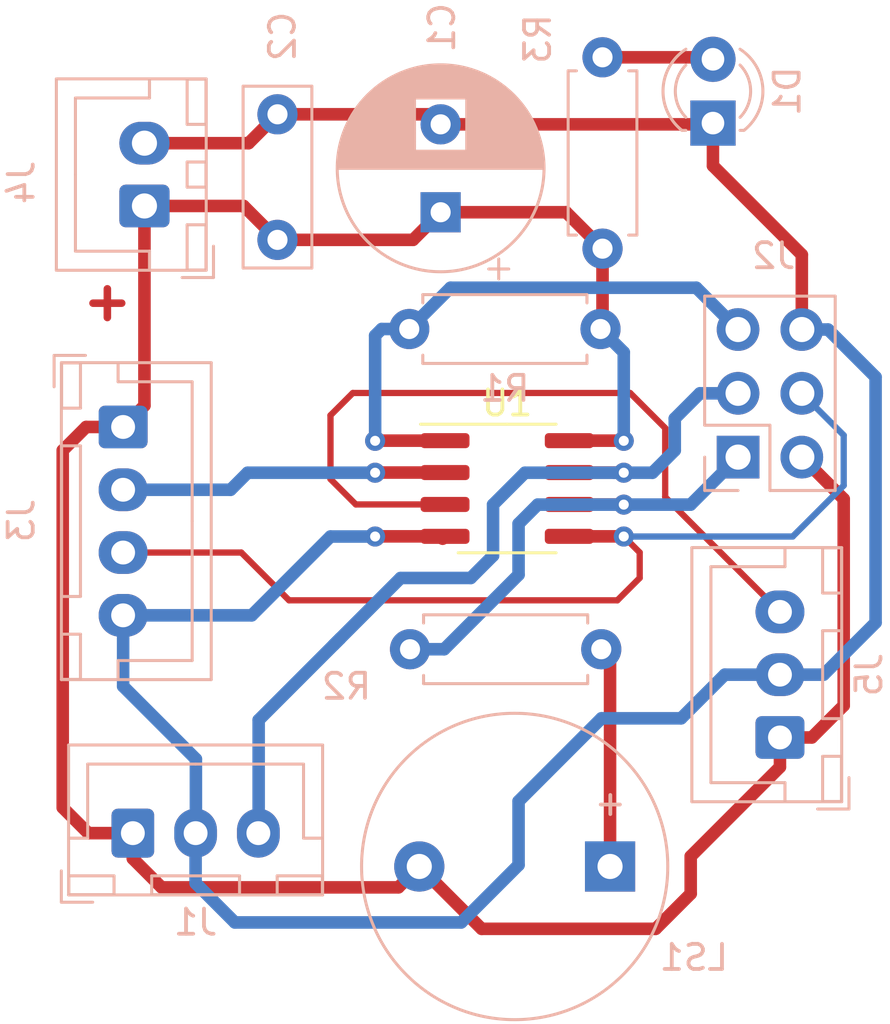
<source format=kicad_pcb>
(kicad_pcb (version 20171130) (host pcbnew "(5.1.9)-1")

  (general
    (thickness 1.6)
    (drawings 1)
    (tracks 138)
    (zones 0)
    (modules 13)
    (nets 11)
  )

  (page A4)
  (layers
    (0 F.Cu signal)
    (31 B.Cu signal)
    (32 B.Adhes user hide)
    (33 F.Adhes user hide)
    (34 B.Paste user)
    (35 F.Paste user hide)
    (36 B.SilkS user)
    (37 F.SilkS user)
    (38 B.Mask user)
    (39 F.Mask user)
    (40 Dwgs.User user)
    (41 Cmts.User user)
    (42 Eco1.User user)
    (43 Eco2.User user)
    (44 Edge.Cuts user)
    (45 Margin user)
    (46 B.CrtYd user)
    (47 F.CrtYd user)
    (48 B.Fab user hide)
    (49 F.Fab user)
  )

  (setup
    (last_trace_width 0.25)
    (user_trace_width 0.3)
    (user_trace_width 0.5)
    (trace_clearance 0.2)
    (zone_clearance 0.508)
    (zone_45_only no)
    (trace_min 0.2)
    (via_size 0.8)
    (via_drill 0.4)
    (via_min_size 0.4)
    (via_min_drill 0.3)
    (user_via 1.6 0.8)
    (uvia_size 0.3)
    (uvia_drill 0.1)
    (uvias_allowed no)
    (uvia_min_size 0.2)
    (uvia_min_drill 0.1)
    (edge_width 0.1)
    (segment_width 0.2)
    (pcb_text_width 0.3)
    (pcb_text_size 1.5 1.5)
    (mod_edge_width 0.15)
    (mod_text_size 1 1)
    (mod_text_width 0.15)
    (pad_size 1.6 1.6)
    (pad_drill 0.6)
    (pad_to_mask_clearance 0)
    (aux_axis_origin 0 0)
    (visible_elements 7FFFFFFF)
    (pcbplotparams
      (layerselection 0x01030_ffffffff)
      (usegerberextensions false)
      (usegerberattributes true)
      (usegerberadvancedattributes true)
      (creategerberjobfile true)
      (excludeedgelayer true)
      (linewidth 0.100000)
      (plotframeref false)
      (viasonmask false)
      (mode 1)
      (useauxorigin false)
      (hpglpennumber 1)
      (hpglpenspeed 20)
      (hpglpendiameter 15.000000)
      (psnegative false)
      (psa4output false)
      (plotreference true)
      (plotvalue true)
      (plotinvisibletext false)
      (padsonsilk false)
      (subtractmaskfromsilk false)
      (outputformat 3)
      (mirror false)
      (drillshape 2)
      (scaleselection 1)
      (outputdirectory ""))
  )

  (net 0 "")
  (net 1 "Net-(C1-Pad1)")
  (net 2 "Net-(C1-Pad2)")
  (net 3 "Net-(D1-Pad2)")
  (net 4 "Net-(J1-Pad3)")
  (net 5 "Net-(J2-Pad1)")
  (net 6 "Net-(J2-Pad4)")
  (net 7 "Net-(J2-Pad5)")
  (net 8 "Net-(J3-Pad2)")
  (net 9 "Net-(LS1-Pad1)")
  (net 10 "Net-(J5-Pad3)")

  (net_class Default "Это класс цепей по умолчанию."
    (clearance 0.2)
    (trace_width 0.25)
    (via_dia 0.8)
    (via_drill 0.4)
    (uvia_dia 0.3)
    (uvia_drill 0.1)
    (add_net "Net-(C1-Pad1)")
    (add_net "Net-(C1-Pad2)")
    (add_net "Net-(D1-Pad2)")
    (add_net "Net-(J1-Pad3)")
    (add_net "Net-(J2-Pad1)")
    (add_net "Net-(J2-Pad4)")
    (add_net "Net-(J2-Pad5)")
    (add_net "Net-(J3-Pad2)")
    (add_net "Net-(J5-Pad3)")
    (add_net "Net-(LS1-Pad1)")
  )

  (module Connector_JST:JST_XH_B3B-XH-A_1x03_P2.50mm_Vertical (layer B.Cu) (tedit 5C28146C) (tstamp 60021D5D)
    (at 171.069 91.313 90)
    (descr "JST XH series connector, B3B-XH-A (http://www.jst-mfg.com/product/pdf/eng/eXH.pdf), generated with kicad-footprint-generator")
    (tags "connector JST XH vertical")
    (path /600CACA9)
    (fp_text reference J5 (at 2.5 3.55 90) (layer B.SilkS)
      (effects (font (size 1 1) (thickness 0.15)) (justify mirror))
    )
    (fp_text value Reserved (at 2.5 -4.6 90) (layer B.Fab)
      (effects (font (size 1 1) (thickness 0.15)) (justify mirror))
    )
    (fp_line (start -2.45 2.35) (end -2.45 -3.4) (layer B.Fab) (width 0.1))
    (fp_line (start -2.45 -3.4) (end 7.45 -3.4) (layer B.Fab) (width 0.1))
    (fp_line (start 7.45 -3.4) (end 7.45 2.35) (layer B.Fab) (width 0.1))
    (fp_line (start 7.45 2.35) (end -2.45 2.35) (layer B.Fab) (width 0.1))
    (fp_line (start -2.56 2.46) (end -2.56 -3.51) (layer B.SilkS) (width 0.12))
    (fp_line (start -2.56 -3.51) (end 7.56 -3.51) (layer B.SilkS) (width 0.12))
    (fp_line (start 7.56 -3.51) (end 7.56 2.46) (layer B.SilkS) (width 0.12))
    (fp_line (start 7.56 2.46) (end -2.56 2.46) (layer B.SilkS) (width 0.12))
    (fp_line (start -2.95 2.85) (end -2.95 -3.9) (layer B.CrtYd) (width 0.05))
    (fp_line (start -2.95 -3.9) (end 7.95 -3.9) (layer B.CrtYd) (width 0.05))
    (fp_line (start 7.95 -3.9) (end 7.95 2.85) (layer B.CrtYd) (width 0.05))
    (fp_line (start 7.95 2.85) (end -2.95 2.85) (layer B.CrtYd) (width 0.05))
    (fp_line (start -0.625 2.35) (end 0 1.35) (layer B.Fab) (width 0.1))
    (fp_line (start 0 1.35) (end 0.625 2.35) (layer B.Fab) (width 0.1))
    (fp_line (start 0.75 2.45) (end 0.75 1.7) (layer B.SilkS) (width 0.12))
    (fp_line (start 0.75 1.7) (end 4.25 1.7) (layer B.SilkS) (width 0.12))
    (fp_line (start 4.25 1.7) (end 4.25 2.45) (layer B.SilkS) (width 0.12))
    (fp_line (start 4.25 2.45) (end 0.75 2.45) (layer B.SilkS) (width 0.12))
    (fp_line (start -2.55 2.45) (end -2.55 1.7) (layer B.SilkS) (width 0.12))
    (fp_line (start -2.55 1.7) (end -0.75 1.7) (layer B.SilkS) (width 0.12))
    (fp_line (start -0.75 1.7) (end -0.75 2.45) (layer B.SilkS) (width 0.12))
    (fp_line (start -0.75 2.45) (end -2.55 2.45) (layer B.SilkS) (width 0.12))
    (fp_line (start 5.75 2.45) (end 5.75 1.7) (layer B.SilkS) (width 0.12))
    (fp_line (start 5.75 1.7) (end 7.55 1.7) (layer B.SilkS) (width 0.12))
    (fp_line (start 7.55 1.7) (end 7.55 2.45) (layer B.SilkS) (width 0.12))
    (fp_line (start 7.55 2.45) (end 5.75 2.45) (layer B.SilkS) (width 0.12))
    (fp_line (start -2.55 0.2) (end -1.8 0.2) (layer B.SilkS) (width 0.12))
    (fp_line (start -1.8 0.2) (end -1.8 -2.75) (layer B.SilkS) (width 0.12))
    (fp_line (start -1.8 -2.75) (end 2.5 -2.75) (layer B.SilkS) (width 0.12))
    (fp_line (start 7.55 0.2) (end 6.8 0.2) (layer B.SilkS) (width 0.12))
    (fp_line (start 6.8 0.2) (end 6.8 -2.75) (layer B.SilkS) (width 0.12))
    (fp_line (start 6.8 -2.75) (end 2.5 -2.75) (layer B.SilkS) (width 0.12))
    (fp_line (start -1.6 2.75) (end -2.85 2.75) (layer B.SilkS) (width 0.12))
    (fp_line (start -2.85 2.75) (end -2.85 1.5) (layer B.SilkS) (width 0.12))
    (fp_text user %R (at 2.5 -2.7 90) (layer B.Fab)
      (effects (font (size 1 1) (thickness 0.15)) (justify mirror))
    )
    (pad 3 thru_hole oval (at 5 0 90) (size 1.7 1.95) (drill 0.95) (layers *.Cu *.Mask)
      (net 10 "Net-(J5-Pad3)"))
    (pad 2 thru_hole oval (at 2.5 0 90) (size 1.7 1.95) (drill 0.95) (layers *.Cu *.Mask)
      (net 2 "Net-(C1-Pad2)"))
    (pad 1 thru_hole roundrect (at 0 0 90) (size 1.7 1.95) (drill 0.95) (layers *.Cu *.Mask) (roundrect_rratio 0.147059)
      (net 1 "Net-(C1-Pad1)"))
    (model ${KISYS3DMOD}/Connector_JST.3dshapes/JST_XH_B3B-XH-A_1x03_P2.50mm_Vertical.wrl
      (at (xyz 0 0 0))
      (scale (xyz 1 1 1))
      (rotate (xyz 0 0 0))
    )
  )

  (module Resistor_THT:R_Axial_DIN0207_L6.3mm_D2.5mm_P7.62mm_Horizontal (layer B.Cu) (tedit 5AE5139B) (tstamp 60022753)
    (at 156.3 75.05)
    (descr "Resistor, Axial_DIN0207 series, Axial, Horizontal, pin pitch=7.62mm, 0.25W = 1/4W, length*diameter=6.3*2.5mm^2, http://cdn-reichelt.de/documents/datenblatt/B400/1_4W%23YAG.pdf")
    (tags "Resistor Axial_DIN0207 series Axial Horizontal pin pitch 7.62mm 0.25W = 1/4W length 6.3mm diameter 2.5mm")
    (path /6000469C)
    (fp_text reference R1 (at 3.81 2.37) (layer B.SilkS)
      (effects (font (size 1 1) (thickness 0.15)) (justify mirror))
    )
    (fp_text value "10 K" (at 3.81 -2.37) (layer B.Fab)
      (effects (font (size 1 1) (thickness 0.15)) (justify mirror))
    )
    (fp_line (start 8.67 1.5) (end -1.05 1.5) (layer B.CrtYd) (width 0.05))
    (fp_line (start 8.67 -1.5) (end 8.67 1.5) (layer B.CrtYd) (width 0.05))
    (fp_line (start -1.05 -1.5) (end 8.67 -1.5) (layer B.CrtYd) (width 0.05))
    (fp_line (start -1.05 1.5) (end -1.05 -1.5) (layer B.CrtYd) (width 0.05))
    (fp_line (start 7.08 -1.37) (end 7.08 -1.04) (layer B.SilkS) (width 0.12))
    (fp_line (start 0.54 -1.37) (end 7.08 -1.37) (layer B.SilkS) (width 0.12))
    (fp_line (start 0.54 -1.04) (end 0.54 -1.37) (layer B.SilkS) (width 0.12))
    (fp_line (start 7.08 1.37) (end 7.08 1.04) (layer B.SilkS) (width 0.12))
    (fp_line (start 0.54 1.37) (end 7.08 1.37) (layer B.SilkS) (width 0.12))
    (fp_line (start 0.54 1.04) (end 0.54 1.37) (layer B.SilkS) (width 0.12))
    (fp_line (start 7.62 0) (end 6.96 0) (layer B.Fab) (width 0.1))
    (fp_line (start 0 0) (end 0.66 0) (layer B.Fab) (width 0.1))
    (fp_line (start 6.96 1.25) (end 0.66 1.25) (layer B.Fab) (width 0.1))
    (fp_line (start 6.96 -1.25) (end 6.96 1.25) (layer B.Fab) (width 0.1))
    (fp_line (start 0.66 -1.25) (end 6.96 -1.25) (layer B.Fab) (width 0.1))
    (fp_line (start 0.66 1.25) (end 0.66 -1.25) (layer B.Fab) (width 0.1))
    (fp_text user %R (at 3.81 0) (layer B.Fab)
      (effects (font (size 1 1) (thickness 0.15)) (justify mirror))
    )
    (pad 1 thru_hole circle (at 0 0) (size 1.6 1.6) (drill 0.8) (layers *.Cu *.Mask)
      (net 7 "Net-(J2-Pad5)"))
    (pad 2 thru_hole oval (at 7.62 0) (size 1.6 1.6) (drill 0.8) (layers *.Cu *.Mask)
      (net 1 "Net-(C1-Pad1)"))
    (model ${KISYS3DMOD}/Resistor_THT.3dshapes/R_Axial_DIN0207_L6.3mm_D2.5mm_P7.62mm_Horizontal.wrl
      (at (xyz 0 0 0))
      (scale (xyz 1 1 1))
      (rotate (xyz 0 0 0))
    )
  )

  (module Capacitor_THT:CP_Radial_D8.0mm_P3.50mm (layer B.Cu) (tedit 5AE50EF0) (tstamp 60021C72)
    (at 157.55 70.4 90)
    (descr "CP, Radial series, Radial, pin pitch=3.50mm, , diameter=8mm, Electrolytic Capacitor")
    (tags "CP Radial series Radial pin pitch 3.50mm  diameter 8mm Electrolytic Capacitor")
    (path /600CF095)
    (fp_text reference C1 (at 7.35 0.05 90) (layer B.SilkS)
      (effects (font (size 1 1) (thickness 0.15)) (justify mirror))
    )
    (fp_text value 100mF (at -2.25 5.15 90) (layer B.Fab)
      (effects (font (size 1 1) (thickness 0.15)) (justify mirror))
    )
    (fp_line (start -2.259698 2.715) (end -2.259698 1.915) (layer B.SilkS) (width 0.12))
    (fp_line (start -2.659698 2.315) (end -1.859698 2.315) (layer B.SilkS) (width 0.12))
    (fp_line (start 5.831 0.533) (end 5.831 -0.533) (layer B.SilkS) (width 0.12))
    (fp_line (start 5.791 0.768) (end 5.791 -0.768) (layer B.SilkS) (width 0.12))
    (fp_line (start 5.751 0.948) (end 5.751 -0.948) (layer B.SilkS) (width 0.12))
    (fp_line (start 5.711 1.098) (end 5.711 -1.098) (layer B.SilkS) (width 0.12))
    (fp_line (start 5.671 1.229) (end 5.671 -1.229) (layer B.SilkS) (width 0.12))
    (fp_line (start 5.631 1.346) (end 5.631 -1.346) (layer B.SilkS) (width 0.12))
    (fp_line (start 5.591 1.453) (end 5.591 -1.453) (layer B.SilkS) (width 0.12))
    (fp_line (start 5.551 1.552) (end 5.551 -1.552) (layer B.SilkS) (width 0.12))
    (fp_line (start 5.511 1.645) (end 5.511 -1.645) (layer B.SilkS) (width 0.12))
    (fp_line (start 5.471 1.731) (end 5.471 -1.731) (layer B.SilkS) (width 0.12))
    (fp_line (start 5.431 1.813) (end 5.431 -1.813) (layer B.SilkS) (width 0.12))
    (fp_line (start 5.391 1.89) (end 5.391 -1.89) (layer B.SilkS) (width 0.12))
    (fp_line (start 5.351 1.964) (end 5.351 -1.964) (layer B.SilkS) (width 0.12))
    (fp_line (start 5.311 2.034) (end 5.311 -2.034) (layer B.SilkS) (width 0.12))
    (fp_line (start 5.271 2.102) (end 5.271 -2.102) (layer B.SilkS) (width 0.12))
    (fp_line (start 5.231 2.166) (end 5.231 -2.166) (layer B.SilkS) (width 0.12))
    (fp_line (start 5.191 2.228) (end 5.191 -2.228) (layer B.SilkS) (width 0.12))
    (fp_line (start 5.151 2.287) (end 5.151 -2.287) (layer B.SilkS) (width 0.12))
    (fp_line (start 5.111 2.345) (end 5.111 -2.345) (layer B.SilkS) (width 0.12))
    (fp_line (start 5.071 2.4) (end 5.071 -2.4) (layer B.SilkS) (width 0.12))
    (fp_line (start 5.031 2.454) (end 5.031 -2.454) (layer B.SilkS) (width 0.12))
    (fp_line (start 4.991 2.505) (end 4.991 -2.505) (layer B.SilkS) (width 0.12))
    (fp_line (start 4.951 2.556) (end 4.951 -2.556) (layer B.SilkS) (width 0.12))
    (fp_line (start 4.911 2.604) (end 4.911 -2.604) (layer B.SilkS) (width 0.12))
    (fp_line (start 4.871 2.651) (end 4.871 -2.651) (layer B.SilkS) (width 0.12))
    (fp_line (start 4.831 2.697) (end 4.831 -2.697) (layer B.SilkS) (width 0.12))
    (fp_line (start 4.791 2.741) (end 4.791 -2.741) (layer B.SilkS) (width 0.12))
    (fp_line (start 4.751 2.784) (end 4.751 -2.784) (layer B.SilkS) (width 0.12))
    (fp_line (start 4.711 2.826) (end 4.711 -2.826) (layer B.SilkS) (width 0.12))
    (fp_line (start 4.671 2.867) (end 4.671 -2.867) (layer B.SilkS) (width 0.12))
    (fp_line (start 4.631 2.907) (end 4.631 -2.907) (layer B.SilkS) (width 0.12))
    (fp_line (start 4.591 2.945) (end 4.591 -2.945) (layer B.SilkS) (width 0.12))
    (fp_line (start 4.551 2.983) (end 4.551 -2.983) (layer B.SilkS) (width 0.12))
    (fp_line (start 4.511 -1.04) (end 4.511 -3.019) (layer B.SilkS) (width 0.12))
    (fp_line (start 4.511 3.019) (end 4.511 1.04) (layer B.SilkS) (width 0.12))
    (fp_line (start 4.471 -1.04) (end 4.471 -3.055) (layer B.SilkS) (width 0.12))
    (fp_line (start 4.471 3.055) (end 4.471 1.04) (layer B.SilkS) (width 0.12))
    (fp_line (start 4.431 -1.04) (end 4.431 -3.09) (layer B.SilkS) (width 0.12))
    (fp_line (start 4.431 3.09) (end 4.431 1.04) (layer B.SilkS) (width 0.12))
    (fp_line (start 4.391 -1.04) (end 4.391 -3.124) (layer B.SilkS) (width 0.12))
    (fp_line (start 4.391 3.124) (end 4.391 1.04) (layer B.SilkS) (width 0.12))
    (fp_line (start 4.351 -1.04) (end 4.351 -3.156) (layer B.SilkS) (width 0.12))
    (fp_line (start 4.351 3.156) (end 4.351 1.04) (layer B.SilkS) (width 0.12))
    (fp_line (start 4.311 -1.04) (end 4.311 -3.189) (layer B.SilkS) (width 0.12))
    (fp_line (start 4.311 3.189) (end 4.311 1.04) (layer B.SilkS) (width 0.12))
    (fp_line (start 4.271 -1.04) (end 4.271 -3.22) (layer B.SilkS) (width 0.12))
    (fp_line (start 4.271 3.22) (end 4.271 1.04) (layer B.SilkS) (width 0.12))
    (fp_line (start 4.231 -1.04) (end 4.231 -3.25) (layer B.SilkS) (width 0.12))
    (fp_line (start 4.231 3.25) (end 4.231 1.04) (layer B.SilkS) (width 0.12))
    (fp_line (start 4.191 -1.04) (end 4.191 -3.28) (layer B.SilkS) (width 0.12))
    (fp_line (start 4.191 3.28) (end 4.191 1.04) (layer B.SilkS) (width 0.12))
    (fp_line (start 4.151 -1.04) (end 4.151 -3.309) (layer B.SilkS) (width 0.12))
    (fp_line (start 4.151 3.309) (end 4.151 1.04) (layer B.SilkS) (width 0.12))
    (fp_line (start 4.111 -1.04) (end 4.111 -3.338) (layer B.SilkS) (width 0.12))
    (fp_line (start 4.111 3.338) (end 4.111 1.04) (layer B.SilkS) (width 0.12))
    (fp_line (start 4.071 -1.04) (end 4.071 -3.365) (layer B.SilkS) (width 0.12))
    (fp_line (start 4.071 3.365) (end 4.071 1.04) (layer B.SilkS) (width 0.12))
    (fp_line (start 4.031 -1.04) (end 4.031 -3.392) (layer B.SilkS) (width 0.12))
    (fp_line (start 4.031 3.392) (end 4.031 1.04) (layer B.SilkS) (width 0.12))
    (fp_line (start 3.991 -1.04) (end 3.991 -3.418) (layer B.SilkS) (width 0.12))
    (fp_line (start 3.991 3.418) (end 3.991 1.04) (layer B.SilkS) (width 0.12))
    (fp_line (start 3.951 -1.04) (end 3.951 -3.444) (layer B.SilkS) (width 0.12))
    (fp_line (start 3.951 3.444) (end 3.951 1.04) (layer B.SilkS) (width 0.12))
    (fp_line (start 3.911 -1.04) (end 3.911 -3.469) (layer B.SilkS) (width 0.12))
    (fp_line (start 3.911 3.469) (end 3.911 1.04) (layer B.SilkS) (width 0.12))
    (fp_line (start 3.871 -1.04) (end 3.871 -3.493) (layer B.SilkS) (width 0.12))
    (fp_line (start 3.871 3.493) (end 3.871 1.04) (layer B.SilkS) (width 0.12))
    (fp_line (start 3.831 -1.04) (end 3.831 -3.517) (layer B.SilkS) (width 0.12))
    (fp_line (start 3.831 3.517) (end 3.831 1.04) (layer B.SilkS) (width 0.12))
    (fp_line (start 3.791 -1.04) (end 3.791 -3.54) (layer B.SilkS) (width 0.12))
    (fp_line (start 3.791 3.54) (end 3.791 1.04) (layer B.SilkS) (width 0.12))
    (fp_line (start 3.751 -1.04) (end 3.751 -3.562) (layer B.SilkS) (width 0.12))
    (fp_line (start 3.751 3.562) (end 3.751 1.04) (layer B.SilkS) (width 0.12))
    (fp_line (start 3.711 -1.04) (end 3.711 -3.584) (layer B.SilkS) (width 0.12))
    (fp_line (start 3.711 3.584) (end 3.711 1.04) (layer B.SilkS) (width 0.12))
    (fp_line (start 3.671 -1.04) (end 3.671 -3.606) (layer B.SilkS) (width 0.12))
    (fp_line (start 3.671 3.606) (end 3.671 1.04) (layer B.SilkS) (width 0.12))
    (fp_line (start 3.631 -1.04) (end 3.631 -3.627) (layer B.SilkS) (width 0.12))
    (fp_line (start 3.631 3.627) (end 3.631 1.04) (layer B.SilkS) (width 0.12))
    (fp_line (start 3.591 -1.04) (end 3.591 -3.647) (layer B.SilkS) (width 0.12))
    (fp_line (start 3.591 3.647) (end 3.591 1.04) (layer B.SilkS) (width 0.12))
    (fp_line (start 3.551 -1.04) (end 3.551 -3.666) (layer B.SilkS) (width 0.12))
    (fp_line (start 3.551 3.666) (end 3.551 1.04) (layer B.SilkS) (width 0.12))
    (fp_line (start 3.511 -1.04) (end 3.511 -3.686) (layer B.SilkS) (width 0.12))
    (fp_line (start 3.511 3.686) (end 3.511 1.04) (layer B.SilkS) (width 0.12))
    (fp_line (start 3.471 -1.04) (end 3.471 -3.704) (layer B.SilkS) (width 0.12))
    (fp_line (start 3.471 3.704) (end 3.471 1.04) (layer B.SilkS) (width 0.12))
    (fp_line (start 3.431 -1.04) (end 3.431 -3.722) (layer B.SilkS) (width 0.12))
    (fp_line (start 3.431 3.722) (end 3.431 1.04) (layer B.SilkS) (width 0.12))
    (fp_line (start 3.391 -1.04) (end 3.391 -3.74) (layer B.SilkS) (width 0.12))
    (fp_line (start 3.391 3.74) (end 3.391 1.04) (layer B.SilkS) (width 0.12))
    (fp_line (start 3.351 -1.04) (end 3.351 -3.757) (layer B.SilkS) (width 0.12))
    (fp_line (start 3.351 3.757) (end 3.351 1.04) (layer B.SilkS) (width 0.12))
    (fp_line (start 3.311 -1.04) (end 3.311 -3.774) (layer B.SilkS) (width 0.12))
    (fp_line (start 3.311 3.774) (end 3.311 1.04) (layer B.SilkS) (width 0.12))
    (fp_line (start 3.271 -1.04) (end 3.271 -3.79) (layer B.SilkS) (width 0.12))
    (fp_line (start 3.271 3.79) (end 3.271 1.04) (layer B.SilkS) (width 0.12))
    (fp_line (start 3.231 -1.04) (end 3.231 -3.805) (layer B.SilkS) (width 0.12))
    (fp_line (start 3.231 3.805) (end 3.231 1.04) (layer B.SilkS) (width 0.12))
    (fp_line (start 3.191 -1.04) (end 3.191 -3.821) (layer B.SilkS) (width 0.12))
    (fp_line (start 3.191 3.821) (end 3.191 1.04) (layer B.SilkS) (width 0.12))
    (fp_line (start 3.151 -1.04) (end 3.151 -3.835) (layer B.SilkS) (width 0.12))
    (fp_line (start 3.151 3.835) (end 3.151 1.04) (layer B.SilkS) (width 0.12))
    (fp_line (start 3.111 -1.04) (end 3.111 -3.85) (layer B.SilkS) (width 0.12))
    (fp_line (start 3.111 3.85) (end 3.111 1.04) (layer B.SilkS) (width 0.12))
    (fp_line (start 3.071 -1.04) (end 3.071 -3.863) (layer B.SilkS) (width 0.12))
    (fp_line (start 3.071 3.863) (end 3.071 1.04) (layer B.SilkS) (width 0.12))
    (fp_line (start 3.031 -1.04) (end 3.031 -3.877) (layer B.SilkS) (width 0.12))
    (fp_line (start 3.031 3.877) (end 3.031 1.04) (layer B.SilkS) (width 0.12))
    (fp_line (start 2.991 -1.04) (end 2.991 -3.889) (layer B.SilkS) (width 0.12))
    (fp_line (start 2.991 3.889) (end 2.991 1.04) (layer B.SilkS) (width 0.12))
    (fp_line (start 2.951 -1.04) (end 2.951 -3.902) (layer B.SilkS) (width 0.12))
    (fp_line (start 2.951 3.902) (end 2.951 1.04) (layer B.SilkS) (width 0.12))
    (fp_line (start 2.911 -1.04) (end 2.911 -3.914) (layer B.SilkS) (width 0.12))
    (fp_line (start 2.911 3.914) (end 2.911 1.04) (layer B.SilkS) (width 0.12))
    (fp_line (start 2.871 -1.04) (end 2.871 -3.925) (layer B.SilkS) (width 0.12))
    (fp_line (start 2.871 3.925) (end 2.871 1.04) (layer B.SilkS) (width 0.12))
    (fp_line (start 2.831 -1.04) (end 2.831 -3.936) (layer B.SilkS) (width 0.12))
    (fp_line (start 2.831 3.936) (end 2.831 1.04) (layer B.SilkS) (width 0.12))
    (fp_line (start 2.791 -1.04) (end 2.791 -3.947) (layer B.SilkS) (width 0.12))
    (fp_line (start 2.791 3.947) (end 2.791 1.04) (layer B.SilkS) (width 0.12))
    (fp_line (start 2.751 -1.04) (end 2.751 -3.957) (layer B.SilkS) (width 0.12))
    (fp_line (start 2.751 3.957) (end 2.751 1.04) (layer B.SilkS) (width 0.12))
    (fp_line (start 2.711 -1.04) (end 2.711 -3.967) (layer B.SilkS) (width 0.12))
    (fp_line (start 2.711 3.967) (end 2.711 1.04) (layer B.SilkS) (width 0.12))
    (fp_line (start 2.671 -1.04) (end 2.671 -3.976) (layer B.SilkS) (width 0.12))
    (fp_line (start 2.671 3.976) (end 2.671 1.04) (layer B.SilkS) (width 0.12))
    (fp_line (start 2.631 -1.04) (end 2.631 -3.985) (layer B.SilkS) (width 0.12))
    (fp_line (start 2.631 3.985) (end 2.631 1.04) (layer B.SilkS) (width 0.12))
    (fp_line (start 2.591 -1.04) (end 2.591 -3.994) (layer B.SilkS) (width 0.12))
    (fp_line (start 2.591 3.994) (end 2.591 1.04) (layer B.SilkS) (width 0.12))
    (fp_line (start 2.551 -1.04) (end 2.551 -4.002) (layer B.SilkS) (width 0.12))
    (fp_line (start 2.551 4.002) (end 2.551 1.04) (layer B.SilkS) (width 0.12))
    (fp_line (start 2.511 -1.04) (end 2.511 -4.01) (layer B.SilkS) (width 0.12))
    (fp_line (start 2.511 4.01) (end 2.511 1.04) (layer B.SilkS) (width 0.12))
    (fp_line (start 2.471 -1.04) (end 2.471 -4.017) (layer B.SilkS) (width 0.12))
    (fp_line (start 2.471 4.017) (end 2.471 1.04) (layer B.SilkS) (width 0.12))
    (fp_line (start 2.43 4.024) (end 2.43 -4.024) (layer B.SilkS) (width 0.12))
    (fp_line (start 2.39 4.03) (end 2.39 -4.03) (layer B.SilkS) (width 0.12))
    (fp_line (start 2.35 4.037) (end 2.35 -4.037) (layer B.SilkS) (width 0.12))
    (fp_line (start 2.31 4.042) (end 2.31 -4.042) (layer B.SilkS) (width 0.12))
    (fp_line (start 2.27 4.048) (end 2.27 -4.048) (layer B.SilkS) (width 0.12))
    (fp_line (start 2.23 4.052) (end 2.23 -4.052) (layer B.SilkS) (width 0.12))
    (fp_line (start 2.19 4.057) (end 2.19 -4.057) (layer B.SilkS) (width 0.12))
    (fp_line (start 2.15 4.061) (end 2.15 -4.061) (layer B.SilkS) (width 0.12))
    (fp_line (start 2.11 4.065) (end 2.11 -4.065) (layer B.SilkS) (width 0.12))
    (fp_line (start 2.07 4.068) (end 2.07 -4.068) (layer B.SilkS) (width 0.12))
    (fp_line (start 2.03 4.071) (end 2.03 -4.071) (layer B.SilkS) (width 0.12))
    (fp_line (start 1.99 4.074) (end 1.99 -4.074) (layer B.SilkS) (width 0.12))
    (fp_line (start 1.95 4.076) (end 1.95 -4.076) (layer B.SilkS) (width 0.12))
    (fp_line (start 1.91 4.077) (end 1.91 -4.077) (layer B.SilkS) (width 0.12))
    (fp_line (start 1.87 4.079) (end 1.87 -4.079) (layer B.SilkS) (width 0.12))
    (fp_line (start 1.83 4.08) (end 1.83 -4.08) (layer B.SilkS) (width 0.12))
    (fp_line (start 1.79 4.08) (end 1.79 -4.08) (layer B.SilkS) (width 0.12))
    (fp_line (start 1.75 4.08) (end 1.75 -4.08) (layer B.SilkS) (width 0.12))
    (fp_line (start -1.276759 2.1475) (end -1.276759 1.3475) (layer B.Fab) (width 0.1))
    (fp_line (start -1.676759 1.7475) (end -0.876759 1.7475) (layer B.Fab) (width 0.1))
    (fp_circle (center 1.75 0) (end 6 0) (layer B.CrtYd) (width 0.05))
    (fp_circle (center 1.75 0) (end 5.87 0) (layer B.SilkS) (width 0.12))
    (fp_circle (center 1.75 0) (end 5.75 0) (layer B.Fab) (width 0.1))
    (fp_text user %R (at 1.75 0 90) (layer B.Fab)
      (effects (font (size 1 1) (thickness 0.15)) (justify mirror))
    )
    (pad 1 thru_hole rect (at 0 0 90) (size 1.6 1.6) (drill 0.8) (layers *.Cu *.Mask)
      (net 1 "Net-(C1-Pad1)"))
    (pad 2 thru_hole circle (at 3.5 0 90) (size 1.6 1.6) (drill 0.8) (layers *.Cu *.Mask)
      (net 2 "Net-(C1-Pad2)"))
    (model ${KISYS3DMOD}/Capacitor_THT.3dshapes/CP_Radial_D8.0mm_P3.50mm.wrl
      (at (xyz 0 0 0))
      (scale (xyz 1 1 1))
      (rotate (xyz 0 0 0))
    )
  )

  (module Capacitor_THT:C_Disc_D7.0mm_W2.5mm_P5.00mm (layer B.Cu) (tedit 5AE50EF0) (tstamp 60021C85)
    (at 151.05 71.5 90)
    (descr "C, Disc series, Radial, pin pitch=5.00mm, , diameter*width=7*2.5mm^2, Capacitor, http://cdn-reichelt.de/documents/datenblatt/B300/DS_KERKO_TC.pdf")
    (tags "C Disc series Radial pin pitch 5.00mm  diameter 7mm width 2.5mm Capacitor")
    (path /600D150B)
    (fp_text reference C2 (at 8.1 0.2 90) (layer B.SilkS)
      (effects (font (size 1 1) (thickness 0.15)) (justify mirror))
    )
    (fp_text value 0,1mF (at -0.45 2.35 90) (layer B.Fab)
      (effects (font (size 1 1) (thickness 0.15)) (justify mirror))
    )
    (fp_line (start 6.25 1.5) (end -1.25 1.5) (layer B.CrtYd) (width 0.05))
    (fp_line (start 6.25 -1.5) (end 6.25 1.5) (layer B.CrtYd) (width 0.05))
    (fp_line (start -1.25 -1.5) (end 6.25 -1.5) (layer B.CrtYd) (width 0.05))
    (fp_line (start -1.25 1.5) (end -1.25 -1.5) (layer B.CrtYd) (width 0.05))
    (fp_line (start 6.12 1.37) (end 6.12 -1.37) (layer B.SilkS) (width 0.12))
    (fp_line (start -1.12 1.37) (end -1.12 -1.37) (layer B.SilkS) (width 0.12))
    (fp_line (start -1.12 -1.37) (end 6.12 -1.37) (layer B.SilkS) (width 0.12))
    (fp_line (start -1.12 1.37) (end 6.12 1.37) (layer B.SilkS) (width 0.12))
    (fp_line (start 6 1.25) (end -1 1.25) (layer B.Fab) (width 0.1))
    (fp_line (start 6 -1.25) (end 6 1.25) (layer B.Fab) (width 0.1))
    (fp_line (start -1 -1.25) (end 6 -1.25) (layer B.Fab) (width 0.1))
    (fp_line (start -1 1.25) (end -1 -1.25) (layer B.Fab) (width 0.1))
    (fp_text user %R (at 2.5 0 90) (layer B.Fab)
      (effects (font (size 1 1) (thickness 0.15)) (justify mirror))
    )
    (pad 1 thru_hole circle (at 0 0 90) (size 1.6 1.6) (drill 0.8) (layers *.Cu *.Mask)
      (net 1 "Net-(C1-Pad1)"))
    (pad 2 thru_hole circle (at 5 0 90) (size 1.6 1.6) (drill 0.8) (layers *.Cu *.Mask)
      (net 2 "Net-(C1-Pad2)"))
    (model ${KISYS3DMOD}/Capacitor_THT.3dshapes/C_Disc_D7.0mm_W2.5mm_P5.00mm.wrl
      (at (xyz 0 0 0))
      (scale (xyz 1 1 1))
      (rotate (xyz 0 0 0))
    )
  )

  (module LED_THT:LED_D3.0mm_Clear (layer B.Cu) (tedit 5A6C9BC0) (tstamp 60021C99)
    (at 168.4 66.85 90)
    (descr "IR-LED, diameter 3.0mm, 2 pins, color: clear")
    (tags "IR infrared LED diameter 3.0mm 2 pins clear")
    (path /60025FB9)
    (fp_text reference D1 (at 1.27 2.96 90) (layer B.SilkS)
      (effects (font (size 1 1) (thickness 0.15)) (justify mirror))
    )
    (fp_text value LED (at 1.27 -2.96 90) (layer B.Fab)
      (effects (font (size 1 1) (thickness 0.15)) (justify mirror))
    )
    (fp_circle (center 1.27 0) (end 2.77 0) (layer B.Fab) (width 0.1))
    (fp_line (start 3.7 2.25) (end -1.15 2.25) (layer B.CrtYd) (width 0.05))
    (fp_line (start 3.7 -2.25) (end 3.7 2.25) (layer B.CrtYd) (width 0.05))
    (fp_line (start -1.15 -2.25) (end 3.7 -2.25) (layer B.CrtYd) (width 0.05))
    (fp_line (start -1.15 2.25) (end -1.15 -2.25) (layer B.CrtYd) (width 0.05))
    (fp_line (start -0.29 -1.08) (end -0.29 -1.236) (layer B.SilkS) (width 0.12))
    (fp_line (start -0.29 1.236) (end -0.29 1.08) (layer B.SilkS) (width 0.12))
    (fp_line (start -0.23 1.16619) (end -0.23 -1.16619) (layer B.Fab) (width 0.1))
    (fp_text user %R (at 1.47 0 90) (layer B.Fab)
      (effects (font (size 0.8 0.8) (thickness 0.12)) (justify mirror))
    )
    (fp_arc (start 1.27 0) (end -0.23 1.16619) (angle -284.3) (layer B.Fab) (width 0.1))
    (fp_arc (start 1.27 0) (end -0.29 1.235516) (angle -108.8) (layer B.SilkS) (width 0.12))
    (fp_arc (start 1.27 0) (end -0.29 -1.235516) (angle 108.8) (layer B.SilkS) (width 0.12))
    (fp_arc (start 1.27 0) (end 0.229039 1.08) (angle -87.9) (layer B.SilkS) (width 0.12))
    (fp_arc (start 1.27 0) (end 0.229039 -1.08) (angle 87.9) (layer B.SilkS) (width 0.12))
    (pad 1 thru_hole rect (at 0 0 90) (size 1.8 1.8) (drill 0.9) (layers *.Cu *.Mask)
      (net 2 "Net-(C1-Pad2)"))
    (pad 2 thru_hole circle (at 2.54 0 90) (size 1.8 1.8) (drill 0.9) (layers *.Cu *.Mask)
      (net 3 "Net-(D1-Pad2)"))
    (model ${KISYS3DMOD}/LED_THT.3dshapes/LED_D3.0mm_Clear.wrl
      (at (xyz 0 0 0))
      (scale (xyz 1 1 1))
      (rotate (xyz 0 0 0))
    )
  )

  (module Connector_JST:JST_XH_B3B-XH-A_1x03_P2.50mm_Vertical (layer B.Cu) (tedit 5C28146C) (tstamp 60021CC3)
    (at 145.288 95.123)
    (descr "JST XH series connector, B3B-XH-A (http://www.jst-mfg.com/product/pdf/eng/eXH.pdf), generated with kicad-footprint-generator")
    (tags "connector JST XH vertical")
    (path /6000BAC1)
    (fp_text reference J1 (at 2.5 3.55) (layer B.SilkS)
      (effects (font (size 1 1) (thickness 0.15)) (justify mirror))
    )
    (fp_text value "Current sensor" (at 2.5 -4.6) (layer B.Fab)
      (effects (font (size 1 1) (thickness 0.15)) (justify mirror))
    )
    (fp_line (start -2.85 2.75) (end -2.85 1.5) (layer B.SilkS) (width 0.12))
    (fp_line (start -1.6 2.75) (end -2.85 2.75) (layer B.SilkS) (width 0.12))
    (fp_line (start 6.8 -2.75) (end 2.5 -2.75) (layer B.SilkS) (width 0.12))
    (fp_line (start 6.8 0.2) (end 6.8 -2.75) (layer B.SilkS) (width 0.12))
    (fp_line (start 7.55 0.2) (end 6.8 0.2) (layer B.SilkS) (width 0.12))
    (fp_line (start -1.8 -2.75) (end 2.5 -2.75) (layer B.SilkS) (width 0.12))
    (fp_line (start -1.8 0.2) (end -1.8 -2.75) (layer B.SilkS) (width 0.12))
    (fp_line (start -2.55 0.2) (end -1.8 0.2) (layer B.SilkS) (width 0.12))
    (fp_line (start 7.55 2.45) (end 5.75 2.45) (layer B.SilkS) (width 0.12))
    (fp_line (start 7.55 1.7) (end 7.55 2.45) (layer B.SilkS) (width 0.12))
    (fp_line (start 5.75 1.7) (end 7.55 1.7) (layer B.SilkS) (width 0.12))
    (fp_line (start 5.75 2.45) (end 5.75 1.7) (layer B.SilkS) (width 0.12))
    (fp_line (start -0.75 2.45) (end -2.55 2.45) (layer B.SilkS) (width 0.12))
    (fp_line (start -0.75 1.7) (end -0.75 2.45) (layer B.SilkS) (width 0.12))
    (fp_line (start -2.55 1.7) (end -0.75 1.7) (layer B.SilkS) (width 0.12))
    (fp_line (start -2.55 2.45) (end -2.55 1.7) (layer B.SilkS) (width 0.12))
    (fp_line (start 4.25 2.45) (end 0.75 2.45) (layer B.SilkS) (width 0.12))
    (fp_line (start 4.25 1.7) (end 4.25 2.45) (layer B.SilkS) (width 0.12))
    (fp_line (start 0.75 1.7) (end 4.25 1.7) (layer B.SilkS) (width 0.12))
    (fp_line (start 0.75 2.45) (end 0.75 1.7) (layer B.SilkS) (width 0.12))
    (fp_line (start 0 1.35) (end 0.625 2.35) (layer B.Fab) (width 0.1))
    (fp_line (start -0.625 2.35) (end 0 1.35) (layer B.Fab) (width 0.1))
    (fp_line (start 7.95 2.85) (end -2.95 2.85) (layer B.CrtYd) (width 0.05))
    (fp_line (start 7.95 -3.9) (end 7.95 2.85) (layer B.CrtYd) (width 0.05))
    (fp_line (start -2.95 -3.9) (end 7.95 -3.9) (layer B.CrtYd) (width 0.05))
    (fp_line (start -2.95 2.85) (end -2.95 -3.9) (layer B.CrtYd) (width 0.05))
    (fp_line (start 7.56 2.46) (end -2.56 2.46) (layer B.SilkS) (width 0.12))
    (fp_line (start 7.56 -3.51) (end 7.56 2.46) (layer B.SilkS) (width 0.12))
    (fp_line (start -2.56 -3.51) (end 7.56 -3.51) (layer B.SilkS) (width 0.12))
    (fp_line (start -2.56 2.46) (end -2.56 -3.51) (layer B.SilkS) (width 0.12))
    (fp_line (start 7.45 2.35) (end -2.45 2.35) (layer B.Fab) (width 0.1))
    (fp_line (start 7.45 -3.4) (end 7.45 2.35) (layer B.Fab) (width 0.1))
    (fp_line (start -2.45 -3.4) (end 7.45 -3.4) (layer B.Fab) (width 0.1))
    (fp_line (start -2.45 2.35) (end -2.45 -3.4) (layer B.Fab) (width 0.1))
    (fp_text user %R (at 2.5 -2.7) (layer B.Fab)
      (effects (font (size 1 1) (thickness 0.15)) (justify mirror))
    )
    (pad 1 thru_hole roundrect (at 0 0) (size 1.7 1.95) (drill 0.95) (layers *.Cu *.Mask) (roundrect_rratio 0.147059)
      (net 1 "Net-(C1-Pad1)"))
    (pad 2 thru_hole oval (at 2.5 0) (size 1.7 1.95) (drill 0.95) (layers *.Cu *.Mask)
      (net 2 "Net-(C1-Pad2)"))
    (pad 3 thru_hole oval (at 5 0) (size 1.7 1.95) (drill 0.95) (layers *.Cu *.Mask)
      (net 4 "Net-(J1-Pad3)"))
    (model ${KISYS3DMOD}/Connector_JST.3dshapes/JST_XH_B3B-XH-A_1x03_P2.50mm_Vertical.wrl
      (at (xyz 0 0 0))
      (scale (xyz 1 1 1))
      (rotate (xyz 0 0 0))
    )
  )

  (module Connector_PinHeader_2.54mm:PinHeader_2x03_P2.54mm_Vertical (layer B.Cu) (tedit 59FED5CC) (tstamp 60070A83)
    (at 169.4 80.15)
    (descr "Through hole straight pin header, 2x03, 2.54mm pitch, double rows")
    (tags "Through hole pin header THT 2x03 2.54mm double row")
    (path /60028A69)
    (fp_text reference J2 (at 1.415 -8.014) (layer B.SilkS)
      (effects (font (size 1 1) (thickness 0.15)) (justify mirror))
    )
    (fp_text value ICSP (at 1.27 -7.41) (layer B.Fab)
      (effects (font (size 1 1) (thickness 0.15)) (justify mirror))
    )
    (fp_line (start 4.35 1.8) (end -1.8 1.8) (layer B.CrtYd) (width 0.05))
    (fp_line (start 4.35 -6.85) (end 4.35 1.8) (layer B.CrtYd) (width 0.05))
    (fp_line (start -1.8 -6.85) (end 4.35 -6.85) (layer B.CrtYd) (width 0.05))
    (fp_line (start -1.8 1.8) (end -1.8 -6.85) (layer B.CrtYd) (width 0.05))
    (fp_line (start -1.33 1.33) (end 0 1.33) (layer B.SilkS) (width 0.12))
    (fp_line (start -1.33 0) (end -1.33 1.33) (layer B.SilkS) (width 0.12))
    (fp_line (start 1.27 1.33) (end 3.87 1.33) (layer B.SilkS) (width 0.12))
    (fp_line (start 1.27 -1.27) (end 1.27 1.33) (layer B.SilkS) (width 0.12))
    (fp_line (start -1.33 -1.27) (end 1.27 -1.27) (layer B.SilkS) (width 0.12))
    (fp_line (start 3.87 1.33) (end 3.87 -6.41) (layer B.SilkS) (width 0.12))
    (fp_line (start -1.33 -1.27) (end -1.33 -6.41) (layer B.SilkS) (width 0.12))
    (fp_line (start -1.33 -6.41) (end 3.87 -6.41) (layer B.SilkS) (width 0.12))
    (fp_line (start -1.27 0) (end 0 1.27) (layer B.Fab) (width 0.1))
    (fp_line (start -1.27 -6.35) (end -1.27 0) (layer B.Fab) (width 0.1))
    (fp_line (start 3.81 -6.35) (end -1.27 -6.35) (layer B.Fab) (width 0.1))
    (fp_line (start 3.81 1.27) (end 3.81 -6.35) (layer B.Fab) (width 0.1))
    (fp_line (start 0 1.27) (end 3.81 1.27) (layer B.Fab) (width 0.1))
    (fp_text user %R (at 1.27 -2.54 -90) (layer B.Fab)
      (effects (font (size 1 1) (thickness 0.15)) (justify mirror))
    )
    (pad 1 thru_hole rect (at 0 0) (size 1.7 1.7) (drill 1) (layers *.Cu *.Mask)
      (net 5 "Net-(J2-Pad1)"))
    (pad 2 thru_hole oval (at 2.54 0) (size 1.7 1.7) (drill 1) (layers *.Cu *.Mask)
      (net 1 "Net-(C1-Pad1)"))
    (pad 3 thru_hole oval (at 0 -2.54) (size 1.7 1.7) (drill 1) (layers *.Cu *.Mask)
      (net 4 "Net-(J1-Pad3)"))
    (pad 4 thru_hole oval (at 2.54 -2.54) (size 1.7 1.7) (drill 1) (layers *.Cu *.Mask)
      (net 6 "Net-(J2-Pad4)"))
    (pad 5 thru_hole oval (at 0 -5.08) (size 1.7 1.7) (drill 1) (layers *.Cu *.Mask)
      (net 7 "Net-(J2-Pad5)"))
    (pad 6 thru_hole oval (at 2.54 -5.08) (size 1.7 1.7) (drill 1) (layers *.Cu *.Mask)
      (net 2 "Net-(C1-Pad2)"))
    (model ${KISYS3DMOD}/Connector_PinHeader_2.54mm.3dshapes/PinHeader_2x03_P2.54mm_Vertical.wrl
      (at (xyz 0 0 0))
      (scale (xyz 1 1 1))
      (rotate (xyz 0 0 0))
    )
  )

  (module Connector_JST:JST_XH_B4B-XH-A_1x04_P2.50mm_Vertical (layer B.Cu) (tedit 5C28146C) (tstamp 600718FD)
    (at 144.9 78.95 270)
    (descr "JST XH series connector, B4B-XH-A (http://www.jst-mfg.com/product/pdf/eng/eXH.pdf), generated with kicad-footprint-generator")
    (tags "connector JST XH vertical")
    (path /6000B24E)
    (fp_text reference J3 (at 3.727 4.057 90) (layer B.SilkS)
      (effects (font (size 1 1) (thickness 0.15)) (justify mirror))
    )
    (fp_text value "Relay box" (at 3.75 -4.6 90) (layer B.Fab)
      (effects (font (size 1 1) (thickness 0.15)) (justify mirror))
    )
    (fp_line (start -2.85 2.75) (end -2.85 1.5) (layer B.SilkS) (width 0.12))
    (fp_line (start -1.6 2.75) (end -2.85 2.75) (layer B.SilkS) (width 0.12))
    (fp_line (start 9.3 -2.75) (end 3.75 -2.75) (layer B.SilkS) (width 0.12))
    (fp_line (start 9.3 0.2) (end 9.3 -2.75) (layer B.SilkS) (width 0.12))
    (fp_line (start 10.05 0.2) (end 9.3 0.2) (layer B.SilkS) (width 0.12))
    (fp_line (start -1.8 -2.75) (end 3.75 -2.75) (layer B.SilkS) (width 0.12))
    (fp_line (start -1.8 0.2) (end -1.8 -2.75) (layer B.SilkS) (width 0.12))
    (fp_line (start -2.55 0.2) (end -1.8 0.2) (layer B.SilkS) (width 0.12))
    (fp_line (start 10.05 2.45) (end 8.25 2.45) (layer B.SilkS) (width 0.12))
    (fp_line (start 10.05 1.7) (end 10.05 2.45) (layer B.SilkS) (width 0.12))
    (fp_line (start 8.25 1.7) (end 10.05 1.7) (layer B.SilkS) (width 0.12))
    (fp_line (start 8.25 2.45) (end 8.25 1.7) (layer B.SilkS) (width 0.12))
    (fp_line (start -0.75 2.45) (end -2.55 2.45) (layer B.SilkS) (width 0.12))
    (fp_line (start -0.75 1.7) (end -0.75 2.45) (layer B.SilkS) (width 0.12))
    (fp_line (start -2.55 1.7) (end -0.75 1.7) (layer B.SilkS) (width 0.12))
    (fp_line (start -2.55 2.45) (end -2.55 1.7) (layer B.SilkS) (width 0.12))
    (fp_line (start 6.75 2.45) (end 0.75 2.45) (layer B.SilkS) (width 0.12))
    (fp_line (start 6.75 1.7) (end 6.75 2.45) (layer B.SilkS) (width 0.12))
    (fp_line (start 0.75 1.7) (end 6.75 1.7) (layer B.SilkS) (width 0.12))
    (fp_line (start 0.75 2.45) (end 0.75 1.7) (layer B.SilkS) (width 0.12))
    (fp_line (start 0 1.35) (end 0.625 2.35) (layer B.Fab) (width 0.1))
    (fp_line (start -0.625 2.35) (end 0 1.35) (layer B.Fab) (width 0.1))
    (fp_line (start 10.45 2.85) (end -2.95 2.85) (layer B.CrtYd) (width 0.05))
    (fp_line (start 10.45 -3.9) (end 10.45 2.85) (layer B.CrtYd) (width 0.05))
    (fp_line (start -2.95 -3.9) (end 10.45 -3.9) (layer B.CrtYd) (width 0.05))
    (fp_line (start -2.95 2.85) (end -2.95 -3.9) (layer B.CrtYd) (width 0.05))
    (fp_line (start 10.06 2.46) (end -2.56 2.46) (layer B.SilkS) (width 0.12))
    (fp_line (start 10.06 -3.51) (end 10.06 2.46) (layer B.SilkS) (width 0.12))
    (fp_line (start -2.56 -3.51) (end 10.06 -3.51) (layer B.SilkS) (width 0.12))
    (fp_line (start -2.56 2.46) (end -2.56 -3.51) (layer B.SilkS) (width 0.12))
    (fp_line (start 9.95 2.35) (end -2.45 2.35) (layer B.Fab) (width 0.1))
    (fp_line (start 9.95 -3.4) (end 9.95 2.35) (layer B.Fab) (width 0.1))
    (fp_line (start -2.45 -3.4) (end 9.95 -3.4) (layer B.Fab) (width 0.1))
    (fp_line (start -2.45 2.35) (end -2.45 -3.4) (layer B.Fab) (width 0.1))
    (fp_text user %R (at 3.75 -2.7 90) (layer B.Fab)
      (effects (font (size 1 1) (thickness 0.15)) (justify mirror))
    )
    (pad 1 thru_hole roundrect (at 0 0 270) (size 1.7 1.95) (drill 0.95) (layers *.Cu *.Mask) (roundrect_rratio 0.147059)
      (net 1 "Net-(C1-Pad1)"))
    (pad 2 thru_hole oval (at 2.5 0 270) (size 1.7 1.95) (drill 0.95) (layers *.Cu *.Mask)
      (net 8 "Net-(J3-Pad2)"))
    (pad 3 thru_hole oval (at 5 0 270) (size 1.7 1.95) (drill 0.95) (layers *.Cu *.Mask)
      (net 6 "Net-(J2-Pad4)"))
    (pad 4 thru_hole oval (at 7.5 0 270) (size 1.7 1.95) (drill 0.95) (layers *.Cu *.Mask)
      (net 2 "Net-(C1-Pad2)"))
    (model ${KISYS3DMOD}/Connector_JST.3dshapes/JST_XH_B4B-XH-A_1x04_P2.50mm_Vertical.wrl
      (at (xyz 0 0 0))
      (scale (xyz 1 1 1))
      (rotate (xyz 0 0 0))
    )
  )

  (module Connector_JST:JST_XH_B2B-XH-A_1x02_P2.50mm_Vertical (layer B.Cu) (tedit 5C28146C) (tstamp 60021D33)
    (at 145.75 70.15 90)
    (descr "JST XH series connector, B2B-XH-A (http://www.jst-mfg.com/product/pdf/eng/eXH.pdf), generated with kicad-footprint-generator")
    (tags "connector JST XH vertical")
    (path /60009436)
    (fp_text reference J4 (at 0.935 -4.907 90) (layer B.SilkS)
      (effects (font (size 1 1) (thickness 0.15)) (justify mirror))
    )
    (fp_text value "Power supply" (at 1.25 -4.6 90) (layer B.Fab)
      (effects (font (size 1 1) (thickness 0.15)) (justify mirror))
    )
    (fp_line (start -2.85 2.75) (end -2.85 1.5) (layer B.SilkS) (width 0.12))
    (fp_line (start -1.6 2.75) (end -2.85 2.75) (layer B.SilkS) (width 0.12))
    (fp_line (start 4.3 -2.75) (end 1.25 -2.75) (layer B.SilkS) (width 0.12))
    (fp_line (start 4.3 0.2) (end 4.3 -2.75) (layer B.SilkS) (width 0.12))
    (fp_line (start 5.05 0.2) (end 4.3 0.2) (layer B.SilkS) (width 0.12))
    (fp_line (start -1.8 -2.75) (end 1.25 -2.75) (layer B.SilkS) (width 0.12))
    (fp_line (start -1.8 0.2) (end -1.8 -2.75) (layer B.SilkS) (width 0.12))
    (fp_line (start -2.55 0.2) (end -1.8 0.2) (layer B.SilkS) (width 0.12))
    (fp_line (start 5.05 2.45) (end 3.25 2.45) (layer B.SilkS) (width 0.12))
    (fp_line (start 5.05 1.7) (end 5.05 2.45) (layer B.SilkS) (width 0.12))
    (fp_line (start 3.25 1.7) (end 5.05 1.7) (layer B.SilkS) (width 0.12))
    (fp_line (start 3.25 2.45) (end 3.25 1.7) (layer B.SilkS) (width 0.12))
    (fp_line (start -0.75 2.45) (end -2.55 2.45) (layer B.SilkS) (width 0.12))
    (fp_line (start -0.75 1.7) (end -0.75 2.45) (layer B.SilkS) (width 0.12))
    (fp_line (start -2.55 1.7) (end -0.75 1.7) (layer B.SilkS) (width 0.12))
    (fp_line (start -2.55 2.45) (end -2.55 1.7) (layer B.SilkS) (width 0.12))
    (fp_line (start 1.75 2.45) (end 0.75 2.45) (layer B.SilkS) (width 0.12))
    (fp_line (start 1.75 1.7) (end 1.75 2.45) (layer B.SilkS) (width 0.12))
    (fp_line (start 0.75 1.7) (end 1.75 1.7) (layer B.SilkS) (width 0.12))
    (fp_line (start 0.75 2.45) (end 0.75 1.7) (layer B.SilkS) (width 0.12))
    (fp_line (start 0 1.35) (end 0.625 2.35) (layer B.Fab) (width 0.1))
    (fp_line (start -0.625 2.35) (end 0 1.35) (layer B.Fab) (width 0.1))
    (fp_line (start 5.45 2.85) (end -2.95 2.85) (layer B.CrtYd) (width 0.05))
    (fp_line (start 5.45 -3.9) (end 5.45 2.85) (layer B.CrtYd) (width 0.05))
    (fp_line (start -2.95 -3.9) (end 5.45 -3.9) (layer B.CrtYd) (width 0.05))
    (fp_line (start -2.95 2.85) (end -2.95 -3.9) (layer B.CrtYd) (width 0.05))
    (fp_line (start 5.06 2.46) (end -2.56 2.46) (layer B.SilkS) (width 0.12))
    (fp_line (start 5.06 -3.51) (end 5.06 2.46) (layer B.SilkS) (width 0.12))
    (fp_line (start -2.56 -3.51) (end 5.06 -3.51) (layer B.SilkS) (width 0.12))
    (fp_line (start -2.56 2.46) (end -2.56 -3.51) (layer B.SilkS) (width 0.12))
    (fp_line (start 4.95 2.35) (end -2.45 2.35) (layer B.Fab) (width 0.1))
    (fp_line (start 4.95 -3.4) (end 4.95 2.35) (layer B.Fab) (width 0.1))
    (fp_line (start -2.45 -3.4) (end 4.95 -3.4) (layer B.Fab) (width 0.1))
    (fp_line (start -2.45 2.35) (end -2.45 -3.4) (layer B.Fab) (width 0.1))
    (fp_text user %R (at 1.25 -2.7 90) (layer B.Fab)
      (effects (font (size 1 1) (thickness 0.15)) (justify mirror))
    )
    (pad 1 thru_hole roundrect (at 0 0 90) (size 1.7 2) (drill 1) (layers *.Cu *.Mask) (roundrect_rratio 0.147059)
      (net 1 "Net-(C1-Pad1)"))
    (pad 2 thru_hole oval (at 2.5 0 90) (size 1.7 2) (drill 1) (layers *.Cu *.Mask)
      (net 2 "Net-(C1-Pad2)"))
    (model ${KISYS3DMOD}/Connector_JST.3dshapes/JST_XH_B2B-XH-A_1x02_P2.50mm_Vertical.wrl
      (at (xyz 0 0 0))
      (scale (xyz 1 1 1))
      (rotate (xyz 0 0 0))
    )
  )

  (module Buzzer_Beeper:Buzzer_12x9.5RM7.6 (layer B.Cu) (tedit 5A030281) (tstamp 60021D6A)
    (at 164.3 96.45 180)
    (descr "Generic Buzzer, D12mm height 9.5mm with RM7.6mm")
    (tags buzzer)
    (path /6000D536)
    (fp_text reference LS1 (at -3.34 -3.626) (layer B.SilkS)
      (effects (font (size 1 1) (thickness 0.15)) (justify mirror))
    )
    (fp_text value Speaker_Crystal (at 3.8 -7.4) (layer B.Fab)
      (effects (font (size 1 1) (thickness 0.15)) (justify mirror))
    )
    (fp_circle (center 3.8 0) (end 9.9 0) (layer B.SilkS) (width 0.12))
    (fp_circle (center 3.8 0) (end 4.8 0) (layer B.Fab) (width 0.1))
    (fp_circle (center 3.8 0) (end 9.8 0) (layer B.Fab) (width 0.1))
    (fp_circle (center 3.8 0) (end 10.05 0) (layer B.CrtYd) (width 0.05))
    (fp_text user + (at -0.01 2.54) (layer B.Fab)
      (effects (font (size 1 1) (thickness 0.15)) (justify mirror))
    )
    (fp_text user + (at -0.01 2.54) (layer B.SilkS)
      (effects (font (size 1 1) (thickness 0.15)) (justify mirror))
    )
    (fp_text user %R (at 3.8 4) (layer B.Fab)
      (effects (font (size 1 1) (thickness 0.15)) (justify mirror))
    )
    (pad 1 thru_hole rect (at 0 0 180) (size 2 2) (drill 1) (layers *.Cu *.Mask)
      (net 9 "Net-(LS1-Pad1)"))
    (pad 2 thru_hole circle (at 7.6 0 180) (size 2 2) (drill 1) (layers *.Cu *.Mask)
      (net 1 "Net-(C1-Pad1)"))
    (model ${KISYS3DMOD}/Buzzer_Beeper.3dshapes/Buzzer_12x9.5RM7.6.wrl
      (at (xyz 0 0 0))
      (scale (xyz 1 1 1))
      (rotate (xyz 0 0 0))
    )
  )

  (module Resistor_THT:R_Axial_DIN0207_L6.3mm_D2.5mm_P7.62mm_Horizontal (layer B.Cu) (tedit 5AE5139B) (tstamp 60021D98)
    (at 163.95 87.8 180)
    (descr "Resistor, Axial_DIN0207 series, Axial, Horizontal, pin pitch=7.62mm, 0.25W = 1/4W, length*diameter=6.3*2.5mm^2, http://cdn-reichelt.de/documents/datenblatt/B400/1_4W%23YAG.pdf")
    (tags "Resistor Axial_DIN0207 series Axial Horizontal pin pitch 7.62mm 0.25W = 1/4W length 6.3mm diameter 2.5mm")
    (path /600081E0)
    (fp_text reference R2 (at 10.153 -1.481) (layer B.SilkS)
      (effects (font (size 1 1) (thickness 0.15)) (justify mirror))
    )
    (fp_text value "1 K" (at 3.81 -2.37 270) (layer B.Fab)
      (effects (font (size 1 1) (thickness 0.15)) (justify mirror))
    )
    (fp_line (start 0.66 1.25) (end 0.66 -1.25) (layer B.Fab) (width 0.1))
    (fp_line (start 0.66 -1.25) (end 6.96 -1.25) (layer B.Fab) (width 0.1))
    (fp_line (start 6.96 -1.25) (end 6.96 1.25) (layer B.Fab) (width 0.1))
    (fp_line (start 6.96 1.25) (end 0.66 1.25) (layer B.Fab) (width 0.1))
    (fp_line (start 0 0) (end 0.66 0) (layer B.Fab) (width 0.1))
    (fp_line (start 7.62 0) (end 6.96 0) (layer B.Fab) (width 0.1))
    (fp_line (start 0.54 1.04) (end 0.54 1.37) (layer B.SilkS) (width 0.12))
    (fp_line (start 0.54 1.37) (end 7.08 1.37) (layer B.SilkS) (width 0.12))
    (fp_line (start 7.08 1.37) (end 7.08 1.04) (layer B.SilkS) (width 0.12))
    (fp_line (start 0.54 -1.04) (end 0.54 -1.37) (layer B.SilkS) (width 0.12))
    (fp_line (start 0.54 -1.37) (end 7.08 -1.37) (layer B.SilkS) (width 0.12))
    (fp_line (start 7.08 -1.37) (end 7.08 -1.04) (layer B.SilkS) (width 0.12))
    (fp_line (start -1.05 1.5) (end -1.05 -1.5) (layer B.CrtYd) (width 0.05))
    (fp_line (start -1.05 -1.5) (end 8.67 -1.5) (layer B.CrtYd) (width 0.05))
    (fp_line (start 8.67 -1.5) (end 8.67 1.5) (layer B.CrtYd) (width 0.05))
    (fp_line (start 8.67 1.5) (end -1.05 1.5) (layer B.CrtYd) (width 0.05))
    (fp_text user %R (at 3.81 0) (layer B.Fab)
      (effects (font (size 1 1) (thickness 0.15)) (justify mirror))
    )
    (pad 2 thru_hole oval (at 7.62 0 180) (size 1.6 1.6) (drill 0.8) (layers *.Cu *.Mask)
      (net 5 "Net-(J2-Pad1)"))
    (pad 1 thru_hole circle (at 0 0 180) (size 1.6 1.6) (drill 0.8) (layers *.Cu *.Mask)
      (net 9 "Net-(LS1-Pad1)"))
    (model ${KISYS3DMOD}/Resistor_THT.3dshapes/R_Axial_DIN0207_L6.3mm_D2.5mm_P7.62mm_Horizontal.wrl
      (at (xyz 0 0 0))
      (scale (xyz 1 1 1))
      (rotate (xyz 0 0 0))
    )
  )

  (module Resistor_THT:R_Axial_DIN0207_L6.3mm_D2.5mm_P7.62mm_Horizontal (layer B.Cu) (tedit 5AE5139B) (tstamp 60021DAF)
    (at 164 64.23 270)
    (descr "Resistor, Axial_DIN0207 series, Axial, Horizontal, pin pitch=7.62mm, 0.25W = 1/4W, length*diameter=6.3*2.5mm^2, http://cdn-reichelt.de/documents/datenblatt/B400/1_4W%23YAG.pdf")
    (tags "Resistor Axial_DIN0207 series Axial Horizontal pin pitch 7.62mm 0.25W = 1/4W length 6.3mm diameter 2.5mm")
    (path /6001FE02)
    (fp_text reference R3 (at -0.73 2.583 90) (layer B.SilkS)
      (effects (font (size 1 1) (thickness 0.15)) (justify mirror))
    )
    (fp_text value 470 (at 3.81 -2.37 90) (layer B.Fab)
      (effects (font (size 1 1) (thickness 0.15)) (justify mirror))
    )
    (fp_line (start 8.67 1.5) (end -1.05 1.5) (layer B.CrtYd) (width 0.05))
    (fp_line (start 8.67 -1.5) (end 8.67 1.5) (layer B.CrtYd) (width 0.05))
    (fp_line (start -1.05 -1.5) (end 8.67 -1.5) (layer B.CrtYd) (width 0.05))
    (fp_line (start -1.05 1.5) (end -1.05 -1.5) (layer B.CrtYd) (width 0.05))
    (fp_line (start 7.08 -1.37) (end 7.08 -1.04) (layer B.SilkS) (width 0.12))
    (fp_line (start 0.54 -1.37) (end 7.08 -1.37) (layer B.SilkS) (width 0.12))
    (fp_line (start 0.54 -1.04) (end 0.54 -1.37) (layer B.SilkS) (width 0.12))
    (fp_line (start 7.08 1.37) (end 7.08 1.04) (layer B.SilkS) (width 0.12))
    (fp_line (start 0.54 1.37) (end 7.08 1.37) (layer B.SilkS) (width 0.12))
    (fp_line (start 0.54 1.04) (end 0.54 1.37) (layer B.SilkS) (width 0.12))
    (fp_line (start 7.62 0) (end 6.96 0) (layer B.Fab) (width 0.1))
    (fp_line (start 0 0) (end 0.66 0) (layer B.Fab) (width 0.1))
    (fp_line (start 6.96 1.25) (end 0.66 1.25) (layer B.Fab) (width 0.1))
    (fp_line (start 6.96 -1.25) (end 6.96 1.25) (layer B.Fab) (width 0.1))
    (fp_line (start 0.66 -1.25) (end 6.96 -1.25) (layer B.Fab) (width 0.1))
    (fp_line (start 0.66 1.25) (end 0.66 -1.25) (layer B.Fab) (width 0.1))
    (fp_text user %R (at 3.81 0 90) (layer B.Fab)
      (effects (font (size 1 1) (thickness 0.15)) (justify mirror))
    )
    (pad 1 thru_hole circle (at 0 0 270) (size 1.6 1.6) (drill 0.8) (layers *.Cu *.Mask)
      (net 3 "Net-(D1-Pad2)"))
    (pad 2 thru_hole oval (at 7.62 0 270) (size 1.6 1.6) (drill 0.8) (layers *.Cu *.Mask)
      (net 1 "Net-(C1-Pad1)"))
    (model ${KISYS3DMOD}/Resistor_THT.3dshapes/R_Axial_DIN0207_L6.3mm_D2.5mm_P7.62mm_Horizontal.wrl
      (at (xyz 0 0 0))
      (scale (xyz 1 1 1))
      (rotate (xyz 0 0 0))
    )
  )

  (module Package_SO:SOIC-8_3.9x4.9mm_P1.27mm (layer F.Cu) (tedit 5D9F72B1) (tstamp 60021DC9)
    (at 160.2 81.4)
    (descr "SOIC, 8 Pin (JEDEC MS-012AA, https://www.analog.com/media/en/package-pcb-resources/package/pkg_pdf/soic_narrow-r/r_8.pdf), generated with kicad-footprint-generator ipc_gullwing_generator.py")
    (tags "SOIC SO")
    (path /60003B81)
    (attr smd)
    (fp_text reference U1 (at 0 -3.4) (layer F.SilkS)
      (effects (font (size 1 1) (thickness 0.15)))
    )
    (fp_text value ATtiny13A-SSU (at 0 3.4) (layer F.Fab)
      (effects (font (size 1 1) (thickness 0.15)))
    )
    (fp_line (start 3.7 -2.7) (end -3.7 -2.7) (layer F.CrtYd) (width 0.05))
    (fp_line (start 3.7 2.7) (end 3.7 -2.7) (layer F.CrtYd) (width 0.05))
    (fp_line (start -3.7 2.7) (end 3.7 2.7) (layer F.CrtYd) (width 0.05))
    (fp_line (start -3.7 -2.7) (end -3.7 2.7) (layer F.CrtYd) (width 0.05))
    (fp_line (start -1.95 -1.475) (end -0.975 -2.45) (layer F.Fab) (width 0.1))
    (fp_line (start -1.95 2.45) (end -1.95 -1.475) (layer F.Fab) (width 0.1))
    (fp_line (start 1.95 2.45) (end -1.95 2.45) (layer F.Fab) (width 0.1))
    (fp_line (start 1.95 -2.45) (end 1.95 2.45) (layer F.Fab) (width 0.1))
    (fp_line (start -0.975 -2.45) (end 1.95 -2.45) (layer F.Fab) (width 0.1))
    (fp_line (start 0 -2.56) (end -3.45 -2.56) (layer F.SilkS) (width 0.12))
    (fp_line (start 0 -2.56) (end 1.95 -2.56) (layer F.SilkS) (width 0.12))
    (fp_line (start 0 2.56) (end -1.95 2.56) (layer F.SilkS) (width 0.12))
    (fp_line (start 0 2.56) (end 1.95 2.56) (layer F.SilkS) (width 0.12))
    (fp_text user %R (at 0 0) (layer F.Fab)
      (effects (font (size 0.98 0.98) (thickness 0.15)))
    )
    (pad 1 smd roundrect (at -2.475 -1.905) (size 1.95 0.6) (layers F.Cu F.Paste F.Mask) (roundrect_rratio 0.25)
      (net 7 "Net-(J2-Pad5)"))
    (pad 2 smd roundrect (at -2.475 -0.635) (size 1.95 0.6) (layers F.Cu F.Paste F.Mask) (roundrect_rratio 0.25)
      (net 8 "Net-(J3-Pad2)"))
    (pad 3 smd roundrect (at -2.475 0.635) (size 1.95 0.6) (layers F.Cu F.Paste F.Mask) (roundrect_rratio 0.25)
      (net 10 "Net-(J5-Pad3)"))
    (pad 4 smd roundrect (at -2.475 1.905) (size 1.95 0.6) (layers F.Cu F.Paste F.Mask) (roundrect_rratio 0.25)
      (net 2 "Net-(C1-Pad2)"))
    (pad 5 smd roundrect (at 2.475 1.905) (size 1.95 0.6) (layers F.Cu F.Paste F.Mask) (roundrect_rratio 0.25)
      (net 6 "Net-(J2-Pad4)"))
    (pad 6 smd roundrect (at 2.475 0.635) (size 1.95 0.6) (layers F.Cu F.Paste F.Mask) (roundrect_rratio 0.25)
      (net 5 "Net-(J2-Pad1)"))
    (pad 7 smd roundrect (at 2.475 -0.635) (size 1.95 0.6) (layers F.Cu F.Paste F.Mask) (roundrect_rratio 0.25)
      (net 4 "Net-(J1-Pad3)"))
    (pad 8 smd roundrect (at 2.475 -1.905) (size 1.95 0.6) (layers F.Cu F.Paste F.Mask) (roundrect_rratio 0.25)
      (net 1 "Net-(C1-Pad1)"))
    (model ${KISYS3DMOD}/Package_SO.3dshapes/SOIC-8_3.9x4.9mm_P1.27mm.wrl
      (at (xyz 0 0 0))
      (scale (xyz 1 1 1))
      (rotate (xyz 0 0 0))
    )
  )

  (gr_text + (at 144.272 73.914) (layer F.Cu)
    (effects (font (size 1.5 1.5) (thickness 0.3)))
  )

  (via (at 164.846 79.502) (size 0.8) (drill 0.4) (layers F.Cu B.Cu) (net 1))
  (segment (start 149.7 70.15) (end 151.05 71.5) (width 0.5) (layer F.Cu) (net 1))
  (segment (start 145.75 70.15) (end 149.7 70.15) (width 0.5) (layer F.Cu) (net 1))
  (segment (start 156.45 71.5) (end 157.55 70.4) (width 0.5) (layer F.Cu) (net 1))
  (segment (start 151.05 71.5) (end 156.45 71.5) (width 0.5) (layer F.Cu) (net 1))
  (segment (start 162.55 70.4) (end 164 71.85) (width 0.5) (layer F.Cu) (net 1))
  (segment (start 157.55 70.4) (end 162.55 70.4) (width 0.5) (layer F.Cu) (net 1))
  (segment (start 164 74.97) (end 163.92 75.05) (width 0.5) (layer F.Cu) (net 1))
  (segment (start 164 71.85) (end 164 74.97) (width 0.5) (layer F.Cu) (net 1))
  (segment (start 164.839 79.495) (end 164.846 79.502) (width 0.5) (layer F.Cu) (net 1))
  (segment (start 162.675 79.495) (end 164.839 79.495) (width 0.5) (layer F.Cu) (net 1))
  (segment (start 163.92 75.05) (end 164.331 75.05) (width 0.5) (layer F.Cu) (net 1))
  (segment (start 171.069 91.313) (end 172.339 91.313) (width 0.5) (layer F.Cu) (net 1))
  (segment (start 172.339 91.313) (end 173.609 90.043) (width 0.5) (layer F.Cu) (net 1))
  (segment (start 173.609 81.819) (end 171.94 80.15) (width 0.5) (layer F.Cu) (net 1))
  (segment (start 173.609 90.043) (end 173.609 81.819) (width 0.5) (layer F.Cu) (net 1))
  (segment (start 171.069 92.491002) (end 167.513 96.047002) (width 0.5) (layer F.Cu) (net 1))
  (segment (start 171.069 91.313) (end 171.069 92.491002) (width 0.5) (layer F.Cu) (net 1))
  (segment (start 167.513 96.047002) (end 167.513 97.536) (width 0.5) (layer F.Cu) (net 1))
  (segment (start 167.513 97.536) (end 166.116 98.933) (width 0.5) (layer F.Cu) (net 1))
  (segment (start 159.183 98.933) (end 156.7 96.45) (width 0.5) (layer F.Cu) (net 1))
  (segment (start 166.116 98.933) (end 159.183 98.933) (width 0.5) (layer F.Cu) (net 1))
  (segment (start 145.75 78.1) (end 144.9 78.95) (width 0.5) (layer F.Cu) (net 1))
  (segment (start 145.75 70.15) (end 145.75 78.1) (width 0.5) (layer F.Cu) (net 1))
  (segment (start 164.846 75.976) (end 164.846 79.502) (width 0.5) (layer B.Cu) (net 1))
  (segment (start 163.92 75.05) (end 164.846 75.976) (width 0.5) (layer B.Cu) (net 1))
  (segment (start 155.868 97.282) (end 156.7 96.45) (width 0.5) (layer F.Cu) (net 1))
  (segment (start 146.431 97.282) (end 155.868 97.282) (width 0.5) (layer F.Cu) (net 1))
  (segment (start 145.288 96.139) (end 146.431 97.282) (width 0.5) (layer F.Cu) (net 1))
  (segment (start 145.288 95.123) (end 145.288 96.139) (width 0.5) (layer F.Cu) (net 1))
  (segment (start 145.288 95.123) (end 143.51 95.123) (width 0.5) (layer F.Cu) (net 1))
  (segment (start 143.51 95.123) (end 142.494 94.107) (width 0.5) (layer F.Cu) (net 1))
  (segment (start 142.494 94.107) (end 142.494 79.883) (width 0.5) (layer F.Cu) (net 1))
  (segment (start 143.427 78.95) (end 144.9 78.95) (width 0.5) (layer F.Cu) (net 1))
  (segment (start 142.494 79.883) (end 143.427 78.95) (width 0.5) (layer F.Cu) (net 1))
  (via (at 154.94 83.312) (size 0.8) (drill 0.4) (layers F.Cu B.Cu) (net 2))
  (segment (start 157.63 83.4) (end 157.725 83.305) (width 0.5) (layer F.Cu) (net 2))
  (segment (start 149.9 67.65) (end 151.05 66.5) (width 0.5) (layer F.Cu) (net 2))
  (segment (start 145.75 67.65) (end 149.9 67.65) (width 0.5) (layer F.Cu) (net 2))
  (segment (start 157.15 66.5) (end 157.55 66.9) (width 0.5) (layer F.Cu) (net 2))
  (segment (start 151.05 66.5) (end 157.15 66.5) (width 0.5) (layer F.Cu) (net 2))
  (segment (start 168.35 66.9) (end 168.4 66.85) (width 0.5) (layer F.Cu) (net 2))
  (segment (start 157.55 66.9) (end 168.35 66.9) (width 0.5) (layer F.Cu) (net 2))
  (segment (start 168.4 66.85) (end 168.4 68.55) (width 0.5) (layer F.Cu) (net 2))
  (segment (start 171.94 72.09) (end 171.94 75.07) (width 0.5) (layer F.Cu) (net 2))
  (segment (start 168.4 68.55) (end 171.94 72.09) (width 0.5) (layer F.Cu) (net 2))
  (segment (start 154.947 83.305) (end 154.94 83.312) (width 0.5) (layer F.Cu) (net 2))
  (segment (start 157.725 83.305) (end 154.947 83.305) (width 0.5) (layer F.Cu) (net 2))
  (segment (start 154.94 83.312) (end 153.162 83.312) (width 0.5) (layer B.Cu) (net 2))
  (segment (start 150.024 86.45) (end 144.9 86.45) (width 0.5) (layer B.Cu) (net 2))
  (segment (start 153.162 83.312) (end 150.024 86.45) (width 0.5) (layer B.Cu) (net 2))
  (segment (start 144.9 89.274) (end 147.8 92.174) (width 0.5) (layer B.Cu) (net 2))
  (segment (start 144.9 86.45) (end 144.9 89.274) (width 0.5) (layer B.Cu) (net 2))
  (segment (start 147.8 95.111) (end 147.788 95.123) (width 0.5) (layer B.Cu) (net 2))
  (segment (start 147.8 92.174) (end 147.8 95.111) (width 0.5) (layer B.Cu) (net 2))
  (segment (start 147.788 95.123) (end 147.788 97.115) (width 0.5) (layer B.Cu) (net 2))
  (segment (start 147.788 97.115) (end 149.352 98.679) (width 0.5) (layer B.Cu) (net 2))
  (segment (start 149.352 98.679) (end 158.369 98.679) (width 0.5) (layer B.Cu) (net 2))
  (segment (start 158.369 98.679) (end 160.655 96.393) (width 0.5) (layer B.Cu) (net 2))
  (segment (start 160.655 96.393) (end 160.655 93.853) (width 0.5) (layer B.Cu) (net 2))
  (segment (start 160.655 93.853) (end 163.957 90.551) (width 0.5) (layer B.Cu) (net 2))
  (segment (start 163.957 90.551) (end 167.132 90.551) (width 0.5) (layer B.Cu) (net 2))
  (segment (start 168.87 88.813) (end 171.069 88.813) (width 0.5) (layer B.Cu) (net 2))
  (segment (start 167.132 90.551) (end 168.87 88.813) (width 0.5) (layer B.Cu) (net 2))
  (segment (start 172.807 88.813) (end 171.069 88.813) (width 0.5) (layer B.Cu) (net 2))
  (segment (start 174.879 76.962) (end 174.879 86.741) (width 0.5) (layer B.Cu) (net 2))
  (segment (start 174.879 86.741) (end 172.807 88.813) (width 0.5) (layer B.Cu) (net 2))
  (segment (start 172.987 75.07) (end 174.879 76.962) (width 0.5) (layer B.Cu) (net 2))
  (segment (start 171.94 75.07) (end 172.987 75.07) (width 0.5) (layer B.Cu) (net 2))
  (segment (start 168.32 64.23) (end 168.4 64.31) (width 0.5) (layer F.Cu) (net 3))
  (segment (start 164 64.23) (end 168.32 64.23) (width 0.5) (layer F.Cu) (net 3))
  (via (at 164.846 80.772) (size 0.8) (drill 0.4) (layers F.Cu B.Cu) (net 4))
  (segment (start 164.839 80.765) (end 164.846 80.772) (width 0.5) (layer F.Cu) (net 4))
  (segment (start 162.675 80.765) (end 164.839 80.765) (width 0.5) (layer F.Cu) (net 4))
  (segment (start 164.846 80.772) (end 165.989 80.772) (width 0.5) (layer B.Cu) (net 4))
  (segment (start 165.989 80.772) (end 166.878 79.883) (width 0.5) (layer B.Cu) (net 4))
  (segment (start 166.878 79.883) (end 166.878 78.613) (width 0.5) (layer B.Cu) (net 4))
  (segment (start 167.881 77.61) (end 169.4 77.61) (width 0.5) (layer B.Cu) (net 4))
  (segment (start 166.878 78.613) (end 167.881 77.61) (width 0.5) (layer B.Cu) (net 4))
  (segment (start 164.465 80.772) (end 164.846 80.772) (width 0.5) (layer B.Cu) (net 4))
  (segment (start 160.909 80.772) (end 164.465 80.772) (width 0.5) (layer B.Cu) (net 4))
  (segment (start 159.639 82.042) (end 160.909 80.772) (width 0.5) (layer B.Cu) (net 4))
  (segment (start 159.639 84.074) (end 159.639 82.042) (width 0.5) (layer B.Cu) (net 4))
  (segment (start 155.956 84.963) (end 158.75 84.963) (width 0.5) (layer B.Cu) (net 4))
  (segment (start 158.75 84.963) (end 159.639 84.074) (width 0.5) (layer B.Cu) (net 4))
  (segment (start 150.3 90.619) (end 153.543 87.376) (width 0.5) (layer B.Cu) (net 4))
  (segment (start 153.543 87.376) (end 155.956 84.963) (width 0.5) (layer B.Cu) (net 4))
  (segment (start 153.289 87.63) (end 153.543 87.376) (width 0.5) (layer B.Cu) (net 4))
  (segment (start 150.3 95.111) (end 150.288 95.123) (width 0.5) (layer B.Cu) (net 4))
  (segment (start 150.3 90.619) (end 150.3 95.111) (width 0.5) (layer B.Cu) (net 4))
  (via (at 164.846 82.042) (size 0.8) (drill 0.4) (layers F.Cu B.Cu) (net 5))
  (segment (start 164.839 82.035) (end 164.846 82.042) (width 0.5) (layer F.Cu) (net 5))
  (segment (start 162.675 82.035) (end 164.839 82.035) (width 0.5) (layer F.Cu) (net 5))
  (segment (start 167.508 82.042) (end 169.4 80.15) (width 0.5) (layer B.Cu) (net 5))
  (segment (start 164.846 82.042) (end 167.508 82.042) (width 0.5) (layer B.Cu) (net 5))
  (segment (start 161.417 82.042) (end 164.846 82.042) (width 0.5) (layer B.Cu) (net 5))
  (segment (start 160.655 82.804) (end 161.417 82.042) (width 0.5) (layer B.Cu) (net 5))
  (segment (start 160.655 84.836) (end 160.655 82.804) (width 0.5) (layer B.Cu) (net 5))
  (segment (start 157.691 87.8) (end 160.655 84.836) (width 0.5) (layer B.Cu) (net 5))
  (segment (start 156.33 87.8) (end 157.691 87.8) (width 0.5) (layer B.Cu) (net 5))
  (via (at 164.846 83.312) (size 0.8) (drill 0.4) (layers F.Cu B.Cu) (net 6))
  (segment (start 164.839 83.305) (end 164.846 83.312) (width 0.5) (layer F.Cu) (net 6))
  (segment (start 162.675 83.305) (end 164.839 83.305) (width 0.5) (layer F.Cu) (net 6))
  (segment (start 164.846 83.312) (end 165.481 83.947) (width 0.25) (layer F.Cu) (net 6))
  (segment (start 165.481 83.947) (end 165.481 84.963) (width 0.25) (layer F.Cu) (net 6))
  (segment (start 165.481 84.963) (end 164.592 85.852) (width 0.25) (layer F.Cu) (net 6))
  (segment (start 164.592 85.852) (end 151.511 85.852) (width 0.25) (layer F.Cu) (net 6))
  (segment (start 149.609 83.95) (end 144.9 83.95) (width 0.25) (layer F.Cu) (net 6))
  (segment (start 151.511 85.852) (end 149.609 83.95) (width 0.25) (layer F.Cu) (net 6))
  (segment (start 164.846 83.312) (end 171.577 83.312) (width 0.25) (layer B.Cu) (net 6))
  (segment (start 171.577 83.312) (end 173.609 81.28) (width 0.25) (layer B.Cu) (net 6))
  (segment (start 173.609 79.279) (end 171.94 77.61) (width 0.25) (layer B.Cu) (net 6))
  (segment (start 173.609 81.28) (end 173.609 79.279) (width 0.25) (layer B.Cu) (net 6))
  (via (at 154.94 79.502) (size 0.8) (drill 0.4) (layers F.Cu B.Cu) (net 7))
  (segment (start 154.947 79.495) (end 154.94 79.502) (width 0.5) (layer F.Cu) (net 7))
  (segment (start 157.725 79.495) (end 154.947 79.495) (width 0.5) (layer F.Cu) (net 7))
  (segment (start 156.3 75.05) (end 155.201 75.05) (width 0.5) (layer B.Cu) (net 7))
  (segment (start 154.94 75.311) (end 154.94 79.502) (width 0.5) (layer B.Cu) (net 7))
  (segment (start 155.201 75.05) (end 154.94 75.311) (width 0.5) (layer B.Cu) (net 7))
  (segment (start 169.4 75.07) (end 167.736 73.406) (width 0.5) (layer B.Cu) (net 7))
  (segment (start 157.944 73.406) (end 156.3 75.05) (width 0.5) (layer B.Cu) (net 7))
  (segment (start 167.736 73.406) (end 157.944 73.406) (width 0.5) (layer B.Cu) (net 7))
  (via (at 154.94 80.772) (size 0.8) (drill 0.4) (layers F.Cu B.Cu) (net 8))
  (segment (start 154.947 80.765) (end 154.94 80.772) (width 0.5) (layer F.Cu) (net 8))
  (segment (start 157.725 80.765) (end 154.947 80.765) (width 0.5) (layer F.Cu) (net 8))
  (segment (start 154.94 80.772) (end 149.86 80.772) (width 0.5) (layer B.Cu) (net 8))
  (segment (start 149.182 81.45) (end 144.9 81.45) (width 0.5) (layer B.Cu) (net 8))
  (segment (start 149.86 80.772) (end 149.182 81.45) (width 0.5) (layer B.Cu) (net 8))
  (segment (start 164.3 88.15) (end 163.95 87.8) (width 0.5) (layer F.Cu) (net 9))
  (segment (start 164.3 96.45) (end 164.3 88.15) (width 0.5) (layer F.Cu) (net 9))
  (segment (start 166.497 78.994) (end 166.497 81.741) (width 0.25) (layer F.Cu) (net 10))
  (segment (start 154.051 77.597) (end 165.1 77.597) (width 0.25) (layer F.Cu) (net 10))
  (segment (start 153.162 78.486) (end 154.051 77.597) (width 0.25) (layer F.Cu) (net 10))
  (segment (start 153.162 81.026) (end 153.162 78.486) (width 0.25) (layer F.Cu) (net 10))
  (segment (start 166.497 81.741) (end 171.069 86.313) (width 0.25) (layer F.Cu) (net 10))
  (segment (start 165.1 77.597) (end 166.497 78.994) (width 0.25) (layer F.Cu) (net 10))
  (segment (start 154.171 82.035) (end 153.162 81.026) (width 0.25) (layer F.Cu) (net 10))
  (segment (start 157.725 82.035) (end 154.171 82.035) (width 0.25) (layer F.Cu) (net 10))

)

</source>
